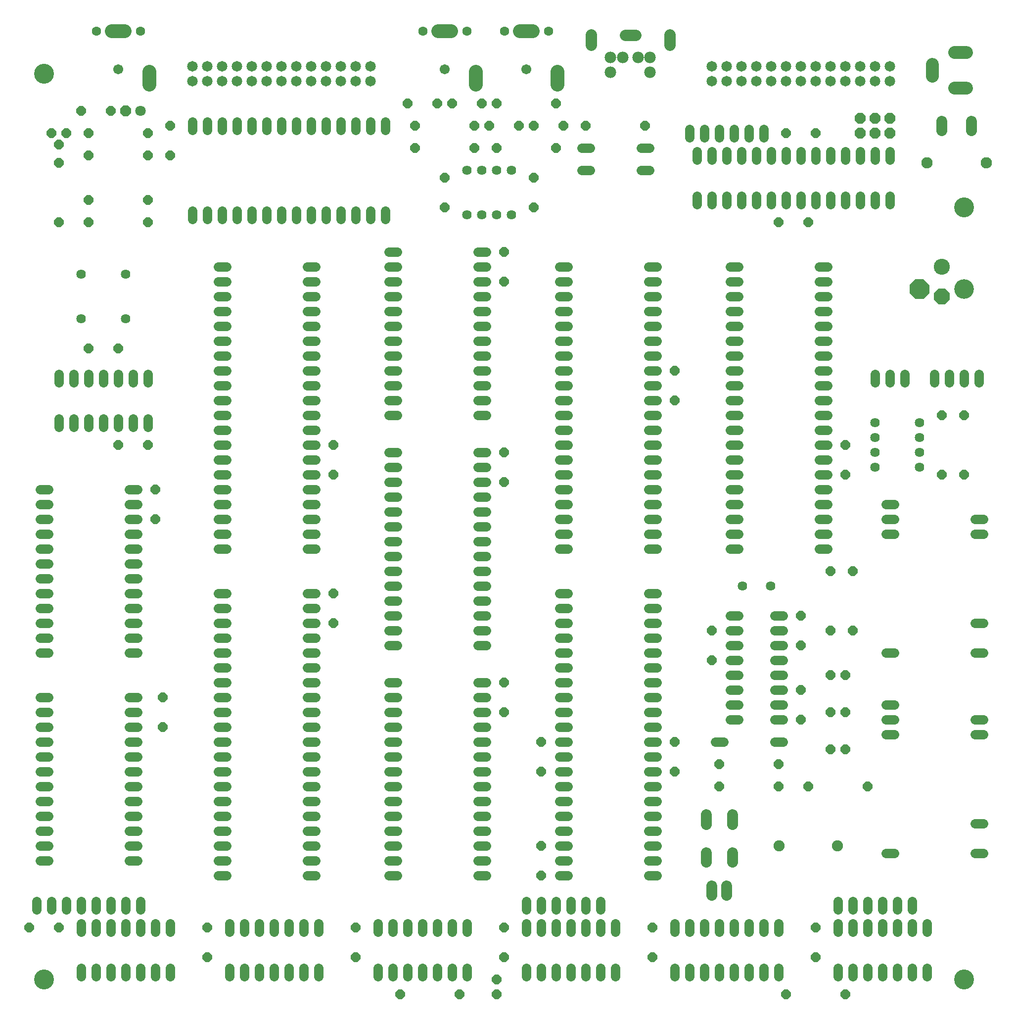
<source format=gbr>
G75*
%MOIN*%
%OFA0B0*%
%FSLAX24Y24*%
%IPPOS*%
%LPD*%
%AMOC8*
5,1,8,0,0,1.08239X$1,22.5*
%
%ADD10C,0.0560*%
%ADD11C,0.0640*%
%ADD12C,0.0560*%
%ADD13C,0.0640*%
%ADD14OC8,0.0560*%
%ADD15OC8,0.0640*%
%ADD16OC8,0.0630*%
%ADD17OC8,0.0710*%
%ADD18C,0.0630*%
%ADD19C,0.0710*%
%ADD20C,0.0634*%
%ADD21C,0.0714*%
%ADD22C,0.0720*%
%ADD23C,0.1340*%
%ADD24C,0.0866*%
%ADD25C,0.0946*%
%ADD26C,0.0631*%
%ADD27C,0.0671*%
%ADD28OC8,0.0720*%
%ADD29C,0.0673*%
%ADD30C,0.0753*%
%ADD31C,0.0700*%
%ADD32C,0.0780*%
%ADD33C,0.0700*%
%ADD34C,0.0780*%
%ADD35C,0.0787*%
%ADD36C,0.0867*%
%ADD37C,0.0680*%
%ADD38C,0.0760*%
%ADD39C,0.0555*%
%ADD40C,0.0635*%
%ADD41C,0.1000*%
%ADD42C,0.1080*%
%ADD43OC8,0.1000*%
%ADD44OC8,0.1080*%
%ADD45OC8,0.1240*%
%ADD46OC8,0.1320*%
%ADD47C,0.1240*%
%ADD48C,0.1320*%
D10*
X005100Y002820D02*
X005100Y003380D01*
X006100Y003380D02*
X006100Y002820D01*
X007100Y002820D02*
X007100Y003380D01*
X008100Y003380D02*
X008100Y002820D01*
X009100Y002820D02*
X009100Y003380D01*
X010100Y003380D02*
X010100Y002820D01*
X011100Y002820D02*
X011100Y003380D01*
X011100Y005820D02*
X011100Y006380D01*
X010100Y006380D02*
X010100Y005820D01*
X009100Y005820D02*
X009100Y006380D01*
X009100Y007320D02*
X009100Y007880D01*
X008100Y007880D02*
X008100Y007320D01*
X007100Y007320D02*
X007100Y007880D01*
X006100Y007880D02*
X006100Y007320D01*
X005100Y007320D02*
X005100Y007880D01*
X004100Y007880D02*
X004100Y007320D01*
X003100Y007320D02*
X003100Y007880D01*
X002100Y007880D02*
X002100Y007320D01*
X005100Y006380D02*
X005100Y005820D01*
X006100Y005820D02*
X006100Y006380D01*
X007100Y006380D02*
X007100Y005820D01*
X008100Y005820D02*
X008100Y006380D01*
X008320Y010600D02*
X008880Y010600D01*
X008880Y011600D02*
X008320Y011600D01*
X008320Y012600D02*
X008880Y012600D01*
X008880Y013600D02*
X008320Y013600D01*
X008320Y014600D02*
X008880Y014600D01*
X008880Y015600D02*
X008320Y015600D01*
X008320Y016600D02*
X008880Y016600D01*
X008880Y017600D02*
X008320Y017600D01*
X008320Y018600D02*
X008880Y018600D01*
X008880Y019600D02*
X008320Y019600D01*
X008320Y020600D02*
X008880Y020600D01*
X008880Y021600D02*
X008320Y021600D01*
X008320Y024600D02*
X008880Y024600D01*
X008880Y025600D02*
X008320Y025600D01*
X008320Y026600D02*
X008880Y026600D01*
X008880Y027600D02*
X008320Y027600D01*
X008320Y028600D02*
X008880Y028600D01*
X008880Y029600D02*
X008320Y029600D01*
X008320Y030600D02*
X008880Y030600D01*
X008880Y031600D02*
X008320Y031600D01*
X008320Y032600D02*
X008880Y032600D01*
X008880Y033600D02*
X008320Y033600D01*
X008320Y034600D02*
X008880Y034600D01*
X008880Y035600D02*
X008320Y035600D01*
X008600Y039820D02*
X008600Y040380D01*
X007600Y040380D02*
X007600Y039820D01*
X006600Y039820D02*
X006600Y040380D01*
X005600Y040380D02*
X005600Y039820D01*
X004600Y039820D02*
X004600Y040380D01*
X003600Y040380D02*
X003600Y039820D01*
X003600Y042820D02*
X003600Y043380D01*
X004600Y043380D02*
X004600Y042820D01*
X005600Y042820D02*
X005600Y043380D01*
X006600Y043380D02*
X006600Y042820D01*
X007600Y042820D02*
X007600Y043380D01*
X008600Y043380D02*
X008600Y042820D01*
X009600Y042820D02*
X009600Y043380D01*
X009600Y040380D02*
X009600Y039820D01*
X014320Y039600D02*
X014880Y039600D01*
X014880Y040600D02*
X014320Y040600D01*
X014320Y041600D02*
X014880Y041600D01*
X014880Y042600D02*
X014320Y042600D01*
X014320Y043600D02*
X014880Y043600D01*
X014880Y044600D02*
X014320Y044600D01*
X014320Y045600D02*
X014880Y045600D01*
X014880Y046600D02*
X014320Y046600D01*
X014320Y047600D02*
X014880Y047600D01*
X014880Y048600D02*
X014320Y048600D01*
X014320Y049600D02*
X014880Y049600D01*
X014880Y050600D02*
X014320Y050600D01*
X014600Y053820D02*
X014600Y054380D01*
X015600Y054380D02*
X015600Y053820D01*
X016600Y053820D02*
X016600Y054380D01*
X017600Y054380D02*
X017600Y053820D01*
X018600Y053820D02*
X018600Y054380D01*
X019600Y054380D02*
X019600Y053820D01*
X020600Y053820D02*
X020600Y054380D01*
X021600Y054380D02*
X021600Y053820D01*
X022600Y053820D02*
X022600Y054380D01*
X023600Y054380D02*
X023600Y053820D01*
X024600Y053820D02*
X024600Y054380D01*
X025600Y054380D02*
X025600Y053820D01*
X025820Y051600D02*
X026380Y051600D01*
X026380Y050600D02*
X025820Y050600D01*
X025820Y049600D02*
X026380Y049600D01*
X026380Y048600D02*
X025820Y048600D01*
X025820Y047600D02*
X026380Y047600D01*
X026380Y046600D02*
X025820Y046600D01*
X025820Y045600D02*
X026380Y045600D01*
X026380Y044600D02*
X025820Y044600D01*
X025820Y043600D02*
X026380Y043600D01*
X026380Y042600D02*
X025820Y042600D01*
X025820Y041600D02*
X026380Y041600D01*
X026380Y040600D02*
X025820Y040600D01*
X025820Y038100D02*
X026380Y038100D01*
X026380Y037100D02*
X025820Y037100D01*
X025820Y036100D02*
X026380Y036100D01*
X026380Y035100D02*
X025820Y035100D01*
X025820Y034100D02*
X026380Y034100D01*
X026380Y033100D02*
X025820Y033100D01*
X025820Y032100D02*
X026380Y032100D01*
X026380Y031100D02*
X025820Y031100D01*
X025820Y030100D02*
X026380Y030100D01*
X026380Y029100D02*
X025820Y029100D01*
X025820Y028100D02*
X026380Y028100D01*
X026380Y027100D02*
X025820Y027100D01*
X025820Y026100D02*
X026380Y026100D01*
X026380Y025100D02*
X025820Y025100D01*
X025820Y022600D02*
X026380Y022600D01*
X026380Y021600D02*
X025820Y021600D01*
X025820Y020600D02*
X026380Y020600D01*
X026380Y019600D02*
X025820Y019600D01*
X025820Y018600D02*
X026380Y018600D01*
X026380Y017600D02*
X025820Y017600D01*
X025820Y016600D02*
X026380Y016600D01*
X026380Y015600D02*
X025820Y015600D01*
X025820Y014600D02*
X026380Y014600D01*
X026380Y013600D02*
X025820Y013600D01*
X025820Y012600D02*
X026380Y012600D01*
X026380Y011600D02*
X025820Y011600D01*
X025820Y010600D02*
X026380Y010600D01*
X026380Y009600D02*
X025820Y009600D01*
X026100Y006380D02*
X026100Y005820D01*
X027100Y005820D02*
X027100Y006380D01*
X028100Y006380D02*
X028100Y005820D01*
X029100Y005820D02*
X029100Y006380D01*
X030100Y006380D02*
X030100Y005820D01*
X031100Y005820D02*
X031100Y006380D01*
X031100Y003380D02*
X031100Y002820D01*
X030100Y002820D02*
X030100Y003380D01*
X029100Y003380D02*
X029100Y002820D01*
X028100Y002820D02*
X028100Y003380D01*
X027100Y003380D02*
X027100Y002820D01*
X026100Y002820D02*
X026100Y003380D01*
X025100Y003380D02*
X025100Y002820D01*
X025100Y005820D02*
X025100Y006380D01*
X021100Y006380D02*
X021100Y005820D01*
X020100Y005820D02*
X020100Y006380D01*
X019100Y006380D02*
X019100Y005820D01*
X018100Y005820D02*
X018100Y006380D01*
X017100Y006380D02*
X017100Y005820D01*
X016100Y005820D02*
X016100Y006380D01*
X015100Y006380D02*
X015100Y005820D01*
X015100Y003380D02*
X015100Y002820D01*
X016100Y002820D02*
X016100Y003380D01*
X017100Y003380D02*
X017100Y002820D01*
X018100Y002820D02*
X018100Y003380D01*
X019100Y003380D02*
X019100Y002820D01*
X020100Y002820D02*
X020100Y003380D01*
X021100Y003380D02*
X021100Y002820D01*
X020880Y009600D02*
X020320Y009600D01*
X020320Y010600D02*
X020880Y010600D01*
X020880Y011600D02*
X020320Y011600D01*
X020320Y012600D02*
X020880Y012600D01*
X020880Y013600D02*
X020320Y013600D01*
X020320Y014600D02*
X020880Y014600D01*
X020880Y015600D02*
X020320Y015600D01*
X020320Y016600D02*
X020880Y016600D01*
X020880Y017600D02*
X020320Y017600D01*
X020320Y018600D02*
X020880Y018600D01*
X020880Y019600D02*
X020320Y019600D01*
X020320Y020600D02*
X020880Y020600D01*
X020880Y021600D02*
X020320Y021600D01*
X020320Y022600D02*
X020880Y022600D01*
X020880Y023600D02*
X020320Y023600D01*
X020320Y024600D02*
X020880Y024600D01*
X020880Y025600D02*
X020320Y025600D01*
X020320Y026600D02*
X020880Y026600D01*
X020880Y027600D02*
X020320Y027600D01*
X020320Y028600D02*
X020880Y028600D01*
X020880Y031600D02*
X020320Y031600D01*
X020320Y032600D02*
X020880Y032600D01*
X020880Y033600D02*
X020320Y033600D01*
X020320Y034600D02*
X020880Y034600D01*
X020880Y035600D02*
X020320Y035600D01*
X020320Y036600D02*
X020880Y036600D01*
X020880Y037600D02*
X020320Y037600D01*
X020320Y038600D02*
X020880Y038600D01*
X020880Y039600D02*
X020320Y039600D01*
X020320Y040600D02*
X020880Y040600D01*
X020880Y041600D02*
X020320Y041600D01*
X020320Y042600D02*
X020880Y042600D01*
X020880Y043600D02*
X020320Y043600D01*
X020320Y044600D02*
X020880Y044600D01*
X020880Y045600D02*
X020320Y045600D01*
X020320Y046600D02*
X020880Y046600D01*
X020880Y047600D02*
X020320Y047600D01*
X020320Y048600D02*
X020880Y048600D01*
X020880Y049600D02*
X020320Y049600D01*
X020320Y050600D02*
X020880Y050600D01*
X013600Y053820D02*
X013600Y054380D01*
X012600Y054380D02*
X012600Y053820D01*
X012600Y059820D02*
X012600Y060380D01*
X013600Y060380D02*
X013600Y059820D01*
X014600Y059820D02*
X014600Y060380D01*
X015600Y060380D02*
X015600Y059820D01*
X016600Y059820D02*
X016600Y060380D01*
X017600Y060380D02*
X017600Y059820D01*
X018600Y059820D02*
X018600Y060380D01*
X019600Y060380D02*
X019600Y059820D01*
X020600Y059820D02*
X020600Y060380D01*
X021600Y060380D02*
X021600Y059820D01*
X022600Y059820D02*
X022600Y060380D01*
X023600Y060380D02*
X023600Y059820D01*
X024600Y059820D02*
X024600Y060380D01*
X025600Y060380D02*
X025600Y059820D01*
X031820Y051600D02*
X032380Y051600D01*
X032380Y050600D02*
X031820Y050600D01*
X031820Y049600D02*
X032380Y049600D01*
X032380Y048600D02*
X031820Y048600D01*
X031820Y047600D02*
X032380Y047600D01*
X032380Y046600D02*
X031820Y046600D01*
X031820Y045600D02*
X032380Y045600D01*
X032380Y044600D02*
X031820Y044600D01*
X031820Y043600D02*
X032380Y043600D01*
X032380Y042600D02*
X031820Y042600D01*
X031820Y041600D02*
X032380Y041600D01*
X032380Y040600D02*
X031820Y040600D01*
X031820Y038100D02*
X032380Y038100D01*
X032380Y037100D02*
X031820Y037100D01*
X031820Y036100D02*
X032380Y036100D01*
X032380Y035100D02*
X031820Y035100D01*
X031820Y034100D02*
X032380Y034100D01*
X032380Y033100D02*
X031820Y033100D01*
X031820Y032100D02*
X032380Y032100D01*
X032380Y031100D02*
X031820Y031100D01*
X031820Y030100D02*
X032380Y030100D01*
X032380Y029100D02*
X031820Y029100D01*
X031820Y028100D02*
X032380Y028100D01*
X032380Y027100D02*
X031820Y027100D01*
X031820Y026100D02*
X032380Y026100D01*
X032380Y025100D02*
X031820Y025100D01*
X031820Y022600D02*
X032380Y022600D01*
X032380Y021600D02*
X031820Y021600D01*
X031820Y020600D02*
X032380Y020600D01*
X032380Y019600D02*
X031820Y019600D01*
X031820Y018600D02*
X032380Y018600D01*
X032380Y017600D02*
X031820Y017600D01*
X031820Y016600D02*
X032380Y016600D01*
X032380Y015600D02*
X031820Y015600D01*
X031820Y014600D02*
X032380Y014600D01*
X032380Y013600D02*
X031820Y013600D01*
X031820Y012600D02*
X032380Y012600D01*
X032380Y011600D02*
X031820Y011600D01*
X031820Y010600D02*
X032380Y010600D01*
X032380Y009600D02*
X031820Y009600D01*
X035100Y007880D02*
X035100Y007320D01*
X036100Y007320D02*
X036100Y007880D01*
X037100Y007880D02*
X037100Y007320D01*
X038100Y007320D02*
X038100Y007880D01*
X039100Y007880D02*
X039100Y007320D01*
X040100Y007320D02*
X040100Y007880D01*
X040100Y006380D02*
X040100Y005820D01*
X039100Y005820D02*
X039100Y006380D01*
X038100Y006380D02*
X038100Y005820D01*
X037100Y005820D02*
X037100Y006380D01*
X036100Y006380D02*
X036100Y005820D01*
X035100Y005820D02*
X035100Y006380D01*
X035100Y003380D02*
X035100Y002820D01*
X036100Y002820D02*
X036100Y003380D01*
X037100Y003380D02*
X037100Y002820D01*
X038100Y002820D02*
X038100Y003380D01*
X039100Y003380D02*
X039100Y002820D01*
X040100Y002820D02*
X040100Y003380D01*
X041100Y003380D02*
X041100Y002820D01*
X041100Y005820D02*
X041100Y006380D01*
X043320Y009600D02*
X043880Y009600D01*
X043880Y010600D02*
X043320Y010600D01*
X043320Y011600D02*
X043880Y011600D01*
X043880Y012600D02*
X043320Y012600D01*
X043320Y013600D02*
X043880Y013600D01*
X043880Y014600D02*
X043320Y014600D01*
X043320Y015600D02*
X043880Y015600D01*
X043880Y016600D02*
X043320Y016600D01*
X043320Y017600D02*
X043880Y017600D01*
X043880Y018600D02*
X043320Y018600D01*
X043320Y019600D02*
X043880Y019600D01*
X043880Y020600D02*
X043320Y020600D01*
X043320Y021600D02*
X043880Y021600D01*
X043880Y022600D02*
X043320Y022600D01*
X043320Y023600D02*
X043880Y023600D01*
X043880Y024600D02*
X043320Y024600D01*
X043320Y025600D02*
X043880Y025600D01*
X043880Y026600D02*
X043320Y026600D01*
X043320Y027600D02*
X043880Y027600D01*
X043880Y028600D02*
X043320Y028600D01*
X043320Y031600D02*
X043880Y031600D01*
X043880Y032600D02*
X043320Y032600D01*
X043320Y033600D02*
X043880Y033600D01*
X043880Y034600D02*
X043320Y034600D01*
X043320Y035600D02*
X043880Y035600D01*
X043880Y036600D02*
X043320Y036600D01*
X043320Y037600D02*
X043880Y037600D01*
X043880Y038600D02*
X043320Y038600D01*
X043320Y039600D02*
X043880Y039600D01*
X043880Y040600D02*
X043320Y040600D01*
X043320Y041600D02*
X043880Y041600D01*
X043880Y042600D02*
X043320Y042600D01*
X043320Y043600D02*
X043880Y043600D01*
X043880Y044600D02*
X043320Y044600D01*
X043320Y045600D02*
X043880Y045600D01*
X043880Y046600D02*
X043320Y046600D01*
X043320Y047600D02*
X043880Y047600D01*
X043880Y048600D02*
X043320Y048600D01*
X043320Y049600D02*
X043880Y049600D01*
X043880Y050600D02*
X043320Y050600D01*
X046600Y054820D02*
X046600Y055380D01*
X047600Y055380D02*
X047600Y054820D01*
X048600Y054820D02*
X048600Y055380D01*
X049600Y055380D02*
X049600Y054820D01*
X050600Y054820D02*
X050600Y055380D01*
X051600Y055380D02*
X051600Y054820D01*
X052600Y054820D02*
X052600Y055380D01*
X053600Y055380D02*
X053600Y054820D01*
X054600Y054820D02*
X054600Y055380D01*
X055600Y055380D02*
X055600Y054820D01*
X056600Y054820D02*
X056600Y055380D01*
X057600Y055380D02*
X057600Y054820D01*
X058600Y054820D02*
X058600Y055380D01*
X059600Y055380D02*
X059600Y054820D01*
X059600Y057820D02*
X059600Y058380D01*
X058600Y058380D02*
X058600Y057820D01*
X057600Y057820D02*
X057600Y058380D01*
X056600Y058380D02*
X056600Y057820D01*
X055600Y057820D02*
X055600Y058380D01*
X054600Y058380D02*
X054600Y057820D01*
X053600Y057820D02*
X053600Y058380D01*
X052600Y058380D02*
X052600Y057820D01*
X051600Y057820D02*
X051600Y058380D01*
X050600Y058380D02*
X050600Y057820D01*
X049600Y057820D02*
X049600Y058380D01*
X048600Y058380D02*
X048600Y057820D01*
X047600Y057820D02*
X047600Y058380D01*
X046600Y058380D02*
X046600Y057820D01*
X046100Y059320D02*
X046100Y059880D01*
X047100Y059880D02*
X047100Y059320D01*
X048100Y059320D02*
X048100Y059880D01*
X049100Y059880D02*
X049100Y059320D01*
X050100Y059320D02*
X050100Y059880D01*
X051100Y059880D02*
X051100Y059320D01*
X043380Y058600D02*
X042820Y058600D01*
X042820Y057100D02*
X043380Y057100D01*
X039380Y057100D02*
X038820Y057100D01*
X038820Y058600D02*
X039380Y058600D01*
X037880Y050600D02*
X037320Y050600D01*
X037320Y049600D02*
X037880Y049600D01*
X037880Y048600D02*
X037320Y048600D01*
X037320Y047600D02*
X037880Y047600D01*
X037880Y046600D02*
X037320Y046600D01*
X037320Y045600D02*
X037880Y045600D01*
X037880Y044600D02*
X037320Y044600D01*
X037320Y043600D02*
X037880Y043600D01*
X037880Y042600D02*
X037320Y042600D01*
X037320Y041600D02*
X037880Y041600D01*
X037880Y040600D02*
X037320Y040600D01*
X037320Y039600D02*
X037880Y039600D01*
X037880Y038600D02*
X037320Y038600D01*
X037320Y037600D02*
X037880Y037600D01*
X037880Y036600D02*
X037320Y036600D01*
X037320Y035600D02*
X037880Y035600D01*
X037880Y034600D02*
X037320Y034600D01*
X037320Y033600D02*
X037880Y033600D01*
X037880Y032600D02*
X037320Y032600D01*
X037320Y031600D02*
X037880Y031600D01*
X037880Y028600D02*
X037320Y028600D01*
X037320Y027600D02*
X037880Y027600D01*
X037880Y026600D02*
X037320Y026600D01*
X037320Y025600D02*
X037880Y025600D01*
X037880Y024600D02*
X037320Y024600D01*
X037320Y023600D02*
X037880Y023600D01*
X037880Y022600D02*
X037320Y022600D01*
X037320Y021600D02*
X037880Y021600D01*
X037880Y020600D02*
X037320Y020600D01*
X037320Y019600D02*
X037880Y019600D01*
X037880Y018600D02*
X037320Y018600D01*
X037320Y017600D02*
X037880Y017600D01*
X037880Y016600D02*
X037320Y016600D01*
X037320Y015600D02*
X037880Y015600D01*
X037880Y014600D02*
X037320Y014600D01*
X037320Y013600D02*
X037880Y013600D01*
X037880Y012600D02*
X037320Y012600D01*
X037320Y011600D02*
X037880Y011600D01*
X037880Y010600D02*
X037320Y010600D01*
X037320Y009600D02*
X037880Y009600D01*
X045100Y006380D02*
X045100Y005820D01*
X046100Y005820D02*
X046100Y006380D01*
X047100Y006380D02*
X047100Y005820D01*
X048100Y005820D02*
X048100Y006380D01*
X049100Y006380D02*
X049100Y005820D01*
X050100Y005820D02*
X050100Y006380D01*
X051100Y006380D02*
X051100Y005820D01*
X052100Y005820D02*
X052100Y006380D01*
X052100Y003380D02*
X052100Y002820D01*
X051100Y002820D02*
X051100Y003380D01*
X050100Y003380D02*
X050100Y002820D01*
X049100Y002820D02*
X049100Y003380D01*
X048100Y003380D02*
X048100Y002820D01*
X047100Y002820D02*
X047100Y003380D01*
X046100Y003380D02*
X046100Y002820D01*
X045100Y002820D02*
X045100Y003380D01*
X056100Y003380D02*
X056100Y002820D01*
X057100Y002820D02*
X057100Y003380D01*
X058100Y003380D02*
X058100Y002820D01*
X059100Y002820D02*
X059100Y003380D01*
X060100Y003380D02*
X060100Y002820D01*
X061100Y002820D02*
X061100Y003380D01*
X062100Y003380D02*
X062100Y002820D01*
X062100Y005820D02*
X062100Y006380D01*
X061100Y006380D02*
X061100Y005820D01*
X060100Y005820D02*
X060100Y006380D01*
X060100Y007320D02*
X060100Y007880D01*
X061100Y007880D02*
X061100Y007320D01*
X059100Y007320D02*
X059100Y007880D01*
X058100Y007880D02*
X058100Y007320D01*
X058100Y006380D02*
X058100Y005820D01*
X059100Y005820D02*
X059100Y006380D01*
X057100Y006380D02*
X057100Y005820D01*
X056100Y005820D02*
X056100Y006380D01*
X056100Y007320D02*
X056100Y007880D01*
X057100Y007880D02*
X057100Y007320D01*
X052380Y018600D02*
X051820Y018600D01*
X051820Y020100D02*
X052380Y020100D01*
X052380Y021100D02*
X051820Y021100D01*
X051820Y022100D02*
X052380Y022100D01*
X052380Y023100D02*
X051820Y023100D01*
X051820Y024100D02*
X052380Y024100D01*
X052380Y025100D02*
X051820Y025100D01*
X051820Y026100D02*
X052380Y026100D01*
X052380Y027100D02*
X051820Y027100D01*
X049380Y027100D02*
X048820Y027100D01*
X048820Y026100D02*
X049380Y026100D01*
X049380Y025100D02*
X048820Y025100D01*
X048820Y024100D02*
X049380Y024100D01*
X049380Y023100D02*
X048820Y023100D01*
X048820Y022100D02*
X049380Y022100D01*
X049380Y021100D02*
X048820Y021100D01*
X048820Y020100D02*
X049380Y020100D01*
X048380Y018600D02*
X047820Y018600D01*
X048820Y031600D02*
X049380Y031600D01*
X049380Y032600D02*
X048820Y032600D01*
X048820Y033600D02*
X049380Y033600D01*
X049380Y034600D02*
X048820Y034600D01*
X048820Y035600D02*
X049380Y035600D01*
X049380Y036600D02*
X048820Y036600D01*
X048820Y037600D02*
X049380Y037600D01*
X049380Y038600D02*
X048820Y038600D01*
X048820Y039600D02*
X049380Y039600D01*
X049380Y040600D02*
X048820Y040600D01*
X048820Y041600D02*
X049380Y041600D01*
X049380Y042600D02*
X048820Y042600D01*
X048820Y043600D02*
X049380Y043600D01*
X049380Y044600D02*
X048820Y044600D01*
X048820Y045600D02*
X049380Y045600D01*
X049380Y046600D02*
X048820Y046600D01*
X048820Y047600D02*
X049380Y047600D01*
X049380Y048600D02*
X048820Y048600D01*
X048820Y049600D02*
X049380Y049600D01*
X049380Y050600D02*
X048820Y050600D01*
X054820Y050600D02*
X055380Y050600D01*
X055380Y049600D02*
X054820Y049600D01*
X054820Y048600D02*
X055380Y048600D01*
X055380Y047600D02*
X054820Y047600D01*
X054820Y046600D02*
X055380Y046600D01*
X055380Y045600D02*
X054820Y045600D01*
X054820Y044600D02*
X055380Y044600D01*
X055380Y043600D02*
X054820Y043600D01*
X054820Y042600D02*
X055380Y042600D01*
X055380Y041600D02*
X054820Y041600D01*
X054820Y040600D02*
X055380Y040600D01*
X055380Y039600D02*
X054820Y039600D01*
X054820Y038600D02*
X055380Y038600D01*
X055380Y037600D02*
X054820Y037600D01*
X054820Y036600D02*
X055380Y036600D01*
X055380Y035600D02*
X054820Y035600D01*
X054820Y034600D02*
X055380Y034600D01*
X055380Y033600D02*
X054820Y033600D01*
X054820Y032600D02*
X055380Y032600D01*
X055380Y031600D02*
X054820Y031600D01*
X014880Y031600D02*
X014320Y031600D01*
X014320Y032600D02*
X014880Y032600D01*
X014880Y033600D02*
X014320Y033600D01*
X014320Y034600D02*
X014880Y034600D01*
X014880Y035600D02*
X014320Y035600D01*
X014320Y036600D02*
X014880Y036600D01*
X014880Y037600D02*
X014320Y037600D01*
X014320Y038600D02*
X014880Y038600D01*
X014880Y028600D02*
X014320Y028600D01*
X014320Y027600D02*
X014880Y027600D01*
X014880Y026600D02*
X014320Y026600D01*
X014320Y025600D02*
X014880Y025600D01*
X014880Y024600D02*
X014320Y024600D01*
X014320Y023600D02*
X014880Y023600D01*
X014880Y022600D02*
X014320Y022600D01*
X014320Y021600D02*
X014880Y021600D01*
X014880Y020600D02*
X014320Y020600D01*
X014320Y019600D02*
X014880Y019600D01*
X014880Y018600D02*
X014320Y018600D01*
X014320Y017600D02*
X014880Y017600D01*
X014880Y016600D02*
X014320Y016600D01*
X014320Y015600D02*
X014880Y015600D01*
X014880Y014600D02*
X014320Y014600D01*
X014320Y013600D02*
X014880Y013600D01*
X014880Y012600D02*
X014320Y012600D01*
X014320Y011600D02*
X014880Y011600D01*
X014880Y010600D02*
X014320Y010600D01*
X014320Y009600D02*
X014880Y009600D01*
X002880Y010600D02*
X002320Y010600D01*
X002320Y011600D02*
X002880Y011600D01*
X002880Y012600D02*
X002320Y012600D01*
X002320Y013600D02*
X002880Y013600D01*
X002880Y014600D02*
X002320Y014600D01*
X002320Y015600D02*
X002880Y015600D01*
X002880Y016600D02*
X002320Y016600D01*
X002320Y017600D02*
X002880Y017600D01*
X002880Y018600D02*
X002320Y018600D01*
X002320Y019600D02*
X002880Y019600D01*
X002880Y020600D02*
X002320Y020600D01*
X002320Y021600D02*
X002880Y021600D01*
X002880Y024600D02*
X002320Y024600D01*
X002320Y025600D02*
X002880Y025600D01*
X002880Y026600D02*
X002320Y026600D01*
X002320Y027600D02*
X002880Y027600D01*
X002880Y028600D02*
X002320Y028600D01*
X002320Y029600D02*
X002880Y029600D01*
X002880Y030600D02*
X002320Y030600D01*
X002320Y031600D02*
X002880Y031600D01*
X002880Y032600D02*
X002320Y032600D01*
X002320Y033600D02*
X002880Y033600D01*
X002880Y034600D02*
X002320Y034600D01*
X002320Y035600D02*
X002880Y035600D01*
D11*
X002320Y035600D01*
X002320Y034600D02*
X002880Y034600D01*
X002880Y033600D02*
X002320Y033600D01*
X002320Y032600D02*
X002880Y032600D01*
X002880Y031600D02*
X002320Y031600D01*
X002320Y030600D02*
X002880Y030600D01*
X002880Y029600D02*
X002320Y029600D01*
X002320Y028600D02*
X002880Y028600D01*
X002880Y027600D02*
X002320Y027600D01*
X002320Y026600D02*
X002880Y026600D01*
X002880Y025600D02*
X002320Y025600D01*
X002320Y024600D02*
X002880Y024600D01*
X002880Y021600D02*
X002320Y021600D01*
X002320Y020600D02*
X002880Y020600D01*
X002880Y019600D02*
X002320Y019600D01*
X002320Y018600D02*
X002880Y018600D01*
X002880Y017600D02*
X002320Y017600D01*
X002320Y016600D02*
X002880Y016600D01*
X002880Y015600D02*
X002320Y015600D01*
X002320Y014600D02*
X002880Y014600D01*
X002880Y013600D02*
X002320Y013600D01*
X002320Y012600D02*
X002880Y012600D01*
X002880Y011600D02*
X002320Y011600D01*
X002320Y010600D02*
X002880Y010600D01*
X003100Y007880D02*
X003100Y007320D01*
X002100Y007320D02*
X002100Y007880D01*
X004100Y007880D02*
X004100Y007320D01*
X005100Y007320D02*
X005100Y007880D01*
X006100Y007880D02*
X006100Y007320D01*
X006100Y006380D02*
X006100Y005820D01*
X005100Y005820D02*
X005100Y006380D01*
X007100Y006380D02*
X007100Y005820D01*
X008100Y005820D02*
X008100Y006380D01*
X008100Y007320D02*
X008100Y007880D01*
X007100Y007880D02*
X007100Y007320D01*
X009100Y007320D02*
X009100Y007880D01*
X009100Y006380D02*
X009100Y005820D01*
X010100Y005820D02*
X010100Y006380D01*
X011100Y006380D02*
X011100Y005820D01*
X011100Y003380D02*
X011100Y002820D01*
X010100Y002820D02*
X010100Y003380D01*
X009100Y003380D02*
X009100Y002820D01*
X008100Y002820D02*
X008100Y003380D01*
X007100Y003380D02*
X007100Y002820D01*
X006100Y002820D02*
X006100Y003380D01*
X005100Y003380D02*
X005100Y002820D01*
X008320Y010600D02*
X008880Y010600D01*
X008880Y011600D02*
X008320Y011600D01*
X008320Y012600D02*
X008880Y012600D01*
X008880Y013600D02*
X008320Y013600D01*
X008320Y014600D02*
X008880Y014600D01*
X008880Y015600D02*
X008320Y015600D01*
X008320Y016600D02*
X008880Y016600D01*
X008880Y017600D02*
X008320Y017600D01*
X008320Y018600D02*
X008880Y018600D01*
X008880Y019600D02*
X008320Y019600D01*
X008320Y020600D02*
X008880Y020600D01*
X008880Y021600D02*
X008320Y021600D01*
X008320Y024600D02*
X008880Y024600D01*
X008880Y025600D02*
X008320Y025600D01*
X008320Y026600D02*
X008880Y026600D01*
X008880Y027600D02*
X008320Y027600D01*
X008320Y028600D02*
X008880Y028600D01*
X008880Y029600D02*
X008320Y029600D01*
X008320Y030600D02*
X008880Y030600D01*
X008880Y031600D02*
X008320Y031600D01*
X008320Y032600D02*
X008880Y032600D01*
X008880Y033600D02*
X008320Y033600D01*
X008320Y034600D02*
X008880Y034600D01*
X008880Y035600D02*
X008320Y035600D01*
X008600Y039820D02*
X008600Y040380D01*
X007600Y040380D02*
X007600Y039820D01*
X006600Y039820D02*
X006600Y040380D01*
X005600Y040380D02*
X005600Y039820D01*
X004600Y039820D02*
X004600Y040380D01*
X003600Y040380D02*
X003600Y039820D01*
X003600Y042820D02*
X003600Y043380D01*
X004600Y043380D02*
X004600Y042820D01*
X005600Y042820D02*
X005600Y043380D01*
X006600Y043380D02*
X006600Y042820D01*
X007600Y042820D02*
X007600Y043380D01*
X008600Y043380D02*
X008600Y042820D01*
X009600Y042820D02*
X009600Y043380D01*
X009600Y040380D02*
X009600Y039820D01*
X014320Y039600D02*
X014880Y039600D01*
X014880Y040600D02*
X014320Y040600D01*
X014320Y041600D02*
X014880Y041600D01*
X014880Y042600D02*
X014320Y042600D01*
X014320Y043600D02*
X014880Y043600D01*
X014880Y044600D02*
X014320Y044600D01*
X014320Y045600D02*
X014880Y045600D01*
X014880Y046600D02*
X014320Y046600D01*
X014320Y047600D02*
X014880Y047600D01*
X014880Y048600D02*
X014320Y048600D01*
X014320Y049600D02*
X014880Y049600D01*
X014880Y050600D02*
X014320Y050600D01*
X014600Y053820D02*
X014600Y054380D01*
X015600Y054380D02*
X015600Y053820D01*
X016600Y053820D02*
X016600Y054380D01*
X017600Y054380D02*
X017600Y053820D01*
X018600Y053820D02*
X018600Y054380D01*
X019600Y054380D02*
X019600Y053820D01*
X020600Y053820D02*
X020600Y054380D01*
X021600Y054380D02*
X021600Y053820D01*
X022600Y053820D02*
X022600Y054380D01*
X023600Y054380D02*
X023600Y053820D01*
X024600Y053820D02*
X024600Y054380D01*
X025600Y054380D02*
X025600Y053820D01*
X025820Y051600D02*
X026380Y051600D01*
X026380Y050600D02*
X025820Y050600D01*
X025820Y049600D02*
X026380Y049600D01*
X026380Y048600D02*
X025820Y048600D01*
X025820Y047600D02*
X026380Y047600D01*
X026380Y046600D02*
X025820Y046600D01*
X025820Y045600D02*
X026380Y045600D01*
X026380Y044600D02*
X025820Y044600D01*
X025820Y043600D02*
X026380Y043600D01*
X026380Y042600D02*
X025820Y042600D01*
X025820Y041600D02*
X026380Y041600D01*
X026380Y040600D02*
X025820Y040600D01*
X025820Y038100D02*
X026380Y038100D01*
X026380Y037100D02*
X025820Y037100D01*
X025820Y036100D02*
X026380Y036100D01*
X026380Y035100D02*
X025820Y035100D01*
X025820Y034100D02*
X026380Y034100D01*
X026380Y033100D02*
X025820Y033100D01*
X025820Y032100D02*
X026380Y032100D01*
X026380Y031100D02*
X025820Y031100D01*
X025820Y030100D02*
X026380Y030100D01*
X026380Y029100D02*
X025820Y029100D01*
X025820Y028100D02*
X026380Y028100D01*
X026380Y027100D02*
X025820Y027100D01*
X025820Y026100D02*
X026380Y026100D01*
X026380Y025100D02*
X025820Y025100D01*
X025820Y022600D02*
X026380Y022600D01*
X026380Y021600D02*
X025820Y021600D01*
X025820Y020600D02*
X026380Y020600D01*
X026380Y019600D02*
X025820Y019600D01*
X025820Y018600D02*
X026380Y018600D01*
X026380Y017600D02*
X025820Y017600D01*
X025820Y016600D02*
X026380Y016600D01*
X026380Y015600D02*
X025820Y015600D01*
X025820Y014600D02*
X026380Y014600D01*
X026380Y013600D02*
X025820Y013600D01*
X025820Y012600D02*
X026380Y012600D01*
X026380Y011600D02*
X025820Y011600D01*
X025820Y010600D02*
X026380Y010600D01*
X026380Y009600D02*
X025820Y009600D01*
X026100Y006380D02*
X026100Y005820D01*
X027100Y005820D02*
X027100Y006380D01*
X028100Y006380D02*
X028100Y005820D01*
X029100Y005820D02*
X029100Y006380D01*
X030100Y006380D02*
X030100Y005820D01*
X031100Y005820D02*
X031100Y006380D01*
X031100Y003380D02*
X031100Y002820D01*
X030100Y002820D02*
X030100Y003380D01*
X029100Y003380D02*
X029100Y002820D01*
X028100Y002820D02*
X028100Y003380D01*
X027100Y003380D02*
X027100Y002820D01*
X026100Y002820D02*
X026100Y003380D01*
X025100Y003380D02*
X025100Y002820D01*
X025100Y005820D02*
X025100Y006380D01*
X021100Y006380D02*
X021100Y005820D01*
X020100Y005820D02*
X020100Y006380D01*
X019100Y006380D02*
X019100Y005820D01*
X018100Y005820D02*
X018100Y006380D01*
X017100Y006380D02*
X017100Y005820D01*
X016100Y005820D02*
X016100Y006380D01*
X015100Y006380D02*
X015100Y005820D01*
X015100Y003380D02*
X015100Y002820D01*
X016100Y002820D02*
X016100Y003380D01*
X017100Y003380D02*
X017100Y002820D01*
X018100Y002820D02*
X018100Y003380D01*
X019100Y003380D02*
X019100Y002820D01*
X020100Y002820D02*
X020100Y003380D01*
X021100Y003380D02*
X021100Y002820D01*
X020880Y009600D02*
X020320Y009600D01*
X020320Y010600D02*
X020880Y010600D01*
X020880Y011600D02*
X020320Y011600D01*
X020320Y012600D02*
X020880Y012600D01*
X020880Y013600D02*
X020320Y013600D01*
X020320Y014600D02*
X020880Y014600D01*
X020880Y015600D02*
X020320Y015600D01*
X020320Y016600D02*
X020880Y016600D01*
X020880Y017600D02*
X020320Y017600D01*
X020320Y018600D02*
X020880Y018600D01*
X020880Y019600D02*
X020320Y019600D01*
X020320Y020600D02*
X020880Y020600D01*
X020880Y021600D02*
X020320Y021600D01*
X020320Y022600D02*
X020880Y022600D01*
X020880Y023600D02*
X020320Y023600D01*
X020320Y024600D02*
X020880Y024600D01*
X020880Y025600D02*
X020320Y025600D01*
X020320Y026600D02*
X020880Y026600D01*
X020880Y027600D02*
X020320Y027600D01*
X020320Y028600D02*
X020880Y028600D01*
X020880Y031600D02*
X020320Y031600D01*
X020320Y032600D02*
X020880Y032600D01*
X020880Y033600D02*
X020320Y033600D01*
X020320Y034600D02*
X020880Y034600D01*
X020880Y035600D02*
X020320Y035600D01*
X020320Y036600D02*
X020880Y036600D01*
X020880Y037600D02*
X020320Y037600D01*
X020320Y038600D02*
X020880Y038600D01*
X020880Y039600D02*
X020320Y039600D01*
X020320Y040600D02*
X020880Y040600D01*
X020880Y041600D02*
X020320Y041600D01*
X020320Y042600D02*
X020880Y042600D01*
X020880Y043600D02*
X020320Y043600D01*
X020320Y044600D02*
X020880Y044600D01*
X020880Y045600D02*
X020320Y045600D01*
X020320Y046600D02*
X020880Y046600D01*
X020880Y047600D02*
X020320Y047600D01*
X020320Y048600D02*
X020880Y048600D01*
X020880Y049600D02*
X020320Y049600D01*
X020320Y050600D02*
X020880Y050600D01*
X013600Y053820D02*
X013600Y054380D01*
X012600Y054380D02*
X012600Y053820D01*
X012600Y059820D02*
X012600Y060380D01*
X013600Y060380D02*
X013600Y059820D01*
X014600Y059820D02*
X014600Y060380D01*
X015600Y060380D02*
X015600Y059820D01*
X016600Y059820D02*
X016600Y060380D01*
X017600Y060380D02*
X017600Y059820D01*
X018600Y059820D02*
X018600Y060380D01*
X019600Y060380D02*
X019600Y059820D01*
X020600Y059820D02*
X020600Y060380D01*
X021600Y060380D02*
X021600Y059820D01*
X022600Y059820D02*
X022600Y060380D01*
X023600Y060380D02*
X023600Y059820D01*
X024600Y059820D02*
X024600Y060380D01*
X025600Y060380D02*
X025600Y059820D01*
X031820Y051600D02*
X032380Y051600D01*
X032380Y050600D02*
X031820Y050600D01*
X031820Y049600D02*
X032380Y049600D01*
X032380Y048600D02*
X031820Y048600D01*
X031820Y047600D02*
X032380Y047600D01*
X032380Y046600D02*
X031820Y046600D01*
X031820Y045600D02*
X032380Y045600D01*
X032380Y044600D02*
X031820Y044600D01*
X031820Y043600D02*
X032380Y043600D01*
X032380Y042600D02*
X031820Y042600D01*
X031820Y041600D02*
X032380Y041600D01*
X032380Y040600D02*
X031820Y040600D01*
X031820Y038100D02*
X032380Y038100D01*
X032380Y037100D02*
X031820Y037100D01*
X031820Y036100D02*
X032380Y036100D01*
X032380Y035100D02*
X031820Y035100D01*
X031820Y034100D02*
X032380Y034100D01*
X032380Y033100D02*
X031820Y033100D01*
X031820Y032100D02*
X032380Y032100D01*
X032380Y031100D02*
X031820Y031100D01*
X031820Y030100D02*
X032380Y030100D01*
X032380Y029100D02*
X031820Y029100D01*
X031820Y028100D02*
X032380Y028100D01*
X032380Y027100D02*
X031820Y027100D01*
X031820Y026100D02*
X032380Y026100D01*
X032380Y025100D02*
X031820Y025100D01*
X031820Y022600D02*
X032380Y022600D01*
X032380Y021600D02*
X031820Y021600D01*
X031820Y020600D02*
X032380Y020600D01*
X032380Y019600D02*
X031820Y019600D01*
X031820Y018600D02*
X032380Y018600D01*
X032380Y017600D02*
X031820Y017600D01*
X031820Y016600D02*
X032380Y016600D01*
X032380Y015600D02*
X031820Y015600D01*
X031820Y014600D02*
X032380Y014600D01*
X032380Y013600D02*
X031820Y013600D01*
X031820Y012600D02*
X032380Y012600D01*
X032380Y011600D02*
X031820Y011600D01*
X031820Y010600D02*
X032380Y010600D01*
X032380Y009600D02*
X031820Y009600D01*
X035100Y007880D02*
X035100Y007320D01*
X036100Y007320D02*
X036100Y007880D01*
X037100Y007880D02*
X037100Y007320D01*
X038100Y007320D02*
X038100Y007880D01*
X039100Y007880D02*
X039100Y007320D01*
X040100Y007320D02*
X040100Y007880D01*
X040100Y006380D02*
X040100Y005820D01*
X039100Y005820D02*
X039100Y006380D01*
X038100Y006380D02*
X038100Y005820D01*
X037100Y005820D02*
X037100Y006380D01*
X036100Y006380D02*
X036100Y005820D01*
X035100Y005820D02*
X035100Y006380D01*
X035100Y003380D02*
X035100Y002820D01*
X036100Y002820D02*
X036100Y003380D01*
X037100Y003380D02*
X037100Y002820D01*
X038100Y002820D02*
X038100Y003380D01*
X039100Y003380D02*
X039100Y002820D01*
X040100Y002820D02*
X040100Y003380D01*
X041100Y003380D02*
X041100Y002820D01*
X041100Y005820D02*
X041100Y006380D01*
X043320Y009600D02*
X043880Y009600D01*
X043880Y010600D02*
X043320Y010600D01*
X043320Y011600D02*
X043880Y011600D01*
X043880Y012600D02*
X043320Y012600D01*
X043320Y013600D02*
X043880Y013600D01*
X043880Y014600D02*
X043320Y014600D01*
X043320Y015600D02*
X043880Y015600D01*
X043880Y016600D02*
X043320Y016600D01*
X043320Y017600D02*
X043880Y017600D01*
X043880Y018600D02*
X043320Y018600D01*
X043320Y019600D02*
X043880Y019600D01*
X043880Y020600D02*
X043320Y020600D01*
X043320Y021600D02*
X043880Y021600D01*
X043880Y022600D02*
X043320Y022600D01*
X043320Y023600D02*
X043880Y023600D01*
X043880Y024600D02*
X043320Y024600D01*
X043320Y025600D02*
X043880Y025600D01*
X043880Y026600D02*
X043320Y026600D01*
X043320Y027600D02*
X043880Y027600D01*
X043880Y028600D02*
X043320Y028600D01*
X043320Y031600D02*
X043880Y031600D01*
X043880Y032600D02*
X043320Y032600D01*
X043320Y033600D02*
X043880Y033600D01*
X043880Y034600D02*
X043320Y034600D01*
X043320Y035600D02*
X043880Y035600D01*
X043880Y036600D02*
X043320Y036600D01*
X043320Y037600D02*
X043880Y037600D01*
X043880Y038600D02*
X043320Y038600D01*
X043320Y039600D02*
X043880Y039600D01*
X043880Y040600D02*
X043320Y040600D01*
X043320Y041600D02*
X043880Y041600D01*
X043880Y042600D02*
X043320Y042600D01*
X043320Y043600D02*
X043880Y043600D01*
X043880Y044600D02*
X043320Y044600D01*
X043320Y045600D02*
X043880Y045600D01*
X043880Y046600D02*
X043320Y046600D01*
X043320Y047600D02*
X043880Y047600D01*
X043880Y048600D02*
X043320Y048600D01*
X043320Y049600D02*
X043880Y049600D01*
X043880Y050600D02*
X043320Y050600D01*
X046600Y054820D02*
X046600Y055380D01*
X047600Y055380D02*
X047600Y054820D01*
X048600Y054820D02*
X048600Y055380D01*
X049600Y055380D02*
X049600Y054820D01*
X050600Y054820D02*
X050600Y055380D01*
X051600Y055380D02*
X051600Y054820D01*
X052600Y054820D02*
X052600Y055380D01*
X053600Y055380D02*
X053600Y054820D01*
X054600Y054820D02*
X054600Y055380D01*
X055600Y055380D02*
X055600Y054820D01*
X056600Y054820D02*
X056600Y055380D01*
X057600Y055380D02*
X057600Y054820D01*
X058600Y054820D02*
X058600Y055380D01*
X059600Y055380D02*
X059600Y054820D01*
X059600Y057820D02*
X059600Y058380D01*
X058600Y058380D02*
X058600Y057820D01*
X057600Y057820D02*
X057600Y058380D01*
X056600Y058380D02*
X056600Y057820D01*
X055600Y057820D02*
X055600Y058380D01*
X054600Y058380D02*
X054600Y057820D01*
X053600Y057820D02*
X053600Y058380D01*
X052600Y058380D02*
X052600Y057820D01*
X051600Y057820D02*
X051600Y058380D01*
X050600Y058380D02*
X050600Y057820D01*
X049600Y057820D02*
X049600Y058380D01*
X048600Y058380D02*
X048600Y057820D01*
X047600Y057820D02*
X047600Y058380D01*
X046600Y058380D02*
X046600Y057820D01*
X046100Y059320D02*
X046100Y059880D01*
X047100Y059880D02*
X047100Y059320D01*
X048100Y059320D02*
X048100Y059880D01*
X049100Y059880D02*
X049100Y059320D01*
X050100Y059320D02*
X050100Y059880D01*
X051100Y059880D02*
X051100Y059320D01*
X043380Y058600D02*
X042820Y058600D01*
X042820Y057100D02*
X043380Y057100D01*
X039380Y057100D02*
X038820Y057100D01*
X038820Y058600D02*
X039380Y058600D01*
X037880Y050600D02*
X037320Y050600D01*
X037320Y049600D02*
X037880Y049600D01*
X037880Y048600D02*
X037320Y048600D01*
X037320Y047600D02*
X037880Y047600D01*
X037880Y046600D02*
X037320Y046600D01*
X037320Y045600D02*
X037880Y045600D01*
X037880Y044600D02*
X037320Y044600D01*
X037320Y043600D02*
X037880Y043600D01*
X037880Y042600D02*
X037320Y042600D01*
X037320Y041600D02*
X037880Y041600D01*
X037880Y040600D02*
X037320Y040600D01*
X037320Y039600D02*
X037880Y039600D01*
X037880Y038600D02*
X037320Y038600D01*
X037320Y037600D02*
X037880Y037600D01*
X037880Y036600D02*
X037320Y036600D01*
X037320Y035600D02*
X037880Y035600D01*
X037880Y034600D02*
X037320Y034600D01*
X037320Y033600D02*
X037880Y033600D01*
X037880Y032600D02*
X037320Y032600D01*
X037320Y031600D02*
X037880Y031600D01*
X037880Y028600D02*
X037320Y028600D01*
X037320Y027600D02*
X037880Y027600D01*
X037880Y026600D02*
X037320Y026600D01*
X037320Y025600D02*
X037880Y025600D01*
X037880Y024600D02*
X037320Y024600D01*
X037320Y023600D02*
X037880Y023600D01*
X037880Y022600D02*
X037320Y022600D01*
X037320Y021600D02*
X037880Y021600D01*
X037880Y020600D02*
X037320Y020600D01*
X037320Y019600D02*
X037880Y019600D01*
X037880Y018600D02*
X037320Y018600D01*
X037320Y017600D02*
X037880Y017600D01*
X037880Y016600D02*
X037320Y016600D01*
X037320Y015600D02*
X037880Y015600D01*
X037880Y014600D02*
X037320Y014600D01*
X037320Y013600D02*
X037880Y013600D01*
X037880Y012600D02*
X037320Y012600D01*
X037320Y011600D02*
X037880Y011600D01*
X037880Y010600D02*
X037320Y010600D01*
X037320Y009600D02*
X037880Y009600D01*
X045100Y006380D02*
X045100Y005820D01*
X046100Y005820D02*
X046100Y006380D01*
X047100Y006380D02*
X047100Y005820D01*
X048100Y005820D02*
X048100Y006380D01*
X049100Y006380D02*
X049100Y005820D01*
X050100Y005820D02*
X050100Y006380D01*
X051100Y006380D02*
X051100Y005820D01*
X052100Y005820D02*
X052100Y006380D01*
X052100Y003380D02*
X052100Y002820D01*
X051100Y002820D02*
X051100Y003380D01*
X050100Y003380D02*
X050100Y002820D01*
X049100Y002820D02*
X049100Y003380D01*
X048100Y003380D02*
X048100Y002820D01*
X047100Y002820D02*
X047100Y003380D01*
X046100Y003380D02*
X046100Y002820D01*
X045100Y002820D02*
X045100Y003380D01*
X047600Y008280D02*
X047600Y008920D01*
X048600Y008920D02*
X048600Y008280D01*
X048990Y010500D02*
X048990Y011140D01*
X047210Y011140D02*
X047210Y010500D01*
X047210Y013060D02*
X047210Y013700D01*
X048990Y013700D02*
X048990Y013060D01*
X048380Y018600D02*
X047820Y018600D01*
X048820Y020100D02*
X049380Y020100D01*
X049380Y021100D02*
X048820Y021100D01*
X048820Y022100D02*
X049380Y022100D01*
X049380Y023100D02*
X048820Y023100D01*
X048820Y024100D02*
X049380Y024100D01*
X049380Y025100D02*
X048820Y025100D01*
X048820Y026100D02*
X049380Y026100D01*
X049380Y027100D02*
X048820Y027100D01*
X051820Y027100D02*
X052380Y027100D01*
X052380Y026100D02*
X051820Y026100D01*
X051820Y025100D02*
X052380Y025100D01*
X052380Y024100D02*
X051820Y024100D01*
X051820Y023100D02*
X052380Y023100D01*
X052380Y022100D02*
X051820Y022100D01*
X051820Y021100D02*
X052380Y021100D01*
X052380Y020100D02*
X051820Y020100D01*
X051820Y018600D02*
X052380Y018600D01*
X056100Y007880D02*
X056100Y007320D01*
X057100Y007320D02*
X057100Y007880D01*
X058100Y007880D02*
X058100Y007320D01*
X059100Y007320D02*
X059100Y007880D01*
X060100Y007880D02*
X060100Y007320D01*
X061100Y007320D02*
X061100Y007880D01*
X061100Y006380D02*
X061100Y005820D01*
X060100Y005820D02*
X060100Y006380D01*
X059100Y006380D02*
X059100Y005820D01*
X058100Y005820D02*
X058100Y006380D01*
X057100Y006380D02*
X057100Y005820D01*
X056100Y005820D02*
X056100Y006380D01*
X056100Y003380D02*
X056100Y002820D01*
X057100Y002820D02*
X057100Y003380D01*
X058100Y003380D02*
X058100Y002820D01*
X059100Y002820D02*
X059100Y003380D01*
X060100Y003380D02*
X060100Y002820D01*
X061100Y002820D02*
X061100Y003380D01*
X062100Y003380D02*
X062100Y002820D01*
X062100Y005820D02*
X062100Y006380D01*
X055380Y031600D02*
X054820Y031600D01*
X054820Y032600D02*
X055380Y032600D01*
X055380Y033600D02*
X054820Y033600D01*
X054820Y034600D02*
X055380Y034600D01*
X055380Y035600D02*
X054820Y035600D01*
X054820Y036600D02*
X055380Y036600D01*
X055380Y037600D02*
X054820Y037600D01*
X054820Y038600D02*
X055380Y038600D01*
X055380Y039600D02*
X054820Y039600D01*
X054820Y040600D02*
X055380Y040600D01*
X055380Y041600D02*
X054820Y041600D01*
X054820Y042600D02*
X055380Y042600D01*
X055380Y043600D02*
X054820Y043600D01*
X054820Y044600D02*
X055380Y044600D01*
X055380Y045600D02*
X054820Y045600D01*
X054820Y046600D02*
X055380Y046600D01*
X055380Y047600D02*
X054820Y047600D01*
X054820Y048600D02*
X055380Y048600D01*
X055380Y049600D02*
X054820Y049600D01*
X054820Y050600D02*
X055380Y050600D01*
X049380Y050600D02*
X048820Y050600D01*
X048820Y049600D02*
X049380Y049600D01*
X049380Y048600D02*
X048820Y048600D01*
X048820Y047600D02*
X049380Y047600D01*
X049380Y046600D02*
X048820Y046600D01*
X048820Y045600D02*
X049380Y045600D01*
X049380Y044600D02*
X048820Y044600D01*
X048820Y043600D02*
X049380Y043600D01*
X049380Y042600D02*
X048820Y042600D01*
X048820Y041600D02*
X049380Y041600D01*
X049380Y040600D02*
X048820Y040600D01*
X048820Y039600D02*
X049380Y039600D01*
X049380Y038600D02*
X048820Y038600D01*
X048820Y037600D02*
X049380Y037600D01*
X049380Y036600D02*
X048820Y036600D01*
X048820Y035600D02*
X049380Y035600D01*
X049380Y034600D02*
X048820Y034600D01*
X048820Y033600D02*
X049380Y033600D01*
X049380Y032600D02*
X048820Y032600D01*
X048820Y031600D02*
X049380Y031600D01*
X063100Y059780D02*
X063100Y060420D01*
X065100Y060420D02*
X065100Y059780D01*
X014880Y038600D02*
X014320Y038600D01*
X014320Y037600D02*
X014880Y037600D01*
X014880Y036600D02*
X014320Y036600D01*
X014320Y035600D02*
X014880Y035600D01*
X014880Y034600D02*
X014320Y034600D01*
X014320Y033600D02*
X014880Y033600D01*
X014880Y032600D02*
X014320Y032600D01*
X014320Y031600D02*
X014880Y031600D01*
X014880Y028600D02*
X014320Y028600D01*
X014320Y027600D02*
X014880Y027600D01*
X014880Y026600D02*
X014320Y026600D01*
X014320Y025600D02*
X014880Y025600D01*
X014880Y024600D02*
X014320Y024600D01*
X014320Y023600D02*
X014880Y023600D01*
X014880Y022600D02*
X014320Y022600D01*
X014320Y021600D02*
X014880Y021600D01*
X014880Y020600D02*
X014320Y020600D01*
X014320Y019600D02*
X014880Y019600D01*
X014880Y018600D02*
X014320Y018600D01*
X014320Y017600D02*
X014880Y017600D01*
X014880Y016600D02*
X014320Y016600D01*
X014320Y015600D02*
X014880Y015600D01*
X014880Y014600D02*
X014320Y014600D01*
X014320Y013600D02*
X014880Y013600D01*
X014880Y012600D02*
X014320Y012600D01*
X014320Y011600D02*
X014880Y011600D01*
X014880Y010600D02*
X014320Y010600D01*
X014320Y009600D02*
X014880Y009600D01*
D12*
X049650Y029100D03*
X051550Y029100D03*
X058600Y037100D03*
X058600Y038100D03*
X058600Y039100D03*
X058600Y040100D03*
X061600Y040100D03*
X061600Y039100D03*
X061600Y038100D03*
X061600Y037100D03*
X034100Y054100D03*
X033100Y054100D03*
X032100Y054100D03*
X031100Y054100D03*
X031100Y057100D03*
X032100Y057100D03*
X033100Y057100D03*
X034100Y057100D03*
X008100Y050100D03*
X008100Y047100D03*
X005100Y047100D03*
X005100Y050100D03*
D13*
X005100Y050100D03*
X005100Y047100D03*
X008100Y047100D03*
X008100Y050100D03*
X031100Y054100D03*
X032100Y054100D03*
X033100Y054100D03*
X034100Y054100D03*
X034100Y057100D03*
X033100Y057100D03*
X032100Y057100D03*
X031100Y057100D03*
X049650Y029100D03*
X051550Y029100D03*
X058600Y037100D03*
X058600Y038100D03*
X058600Y039100D03*
X058600Y040100D03*
X061600Y040100D03*
X061600Y039100D03*
X061600Y038100D03*
X061600Y037100D03*
D14*
X063100Y036600D03*
X064600Y036600D03*
X064600Y040600D03*
X063100Y040600D03*
X056600Y038600D03*
X056600Y036600D03*
X057100Y030100D03*
X055600Y030100D03*
X053600Y027100D03*
X053600Y025100D03*
X055600Y026100D03*
X057100Y026100D03*
X056600Y023100D03*
X055600Y023100D03*
X053600Y022100D03*
X053600Y020100D03*
X055600Y020600D03*
X056600Y020600D03*
X056600Y018100D03*
X055600Y018100D03*
X054100Y015600D03*
X052100Y015600D03*
X052100Y017100D03*
X048100Y017100D03*
X048100Y015600D03*
X045100Y016600D03*
X045100Y018600D03*
X047600Y024100D03*
X047600Y026100D03*
X058100Y015600D03*
X054600Y006100D03*
X054600Y004100D03*
X052600Y001600D03*
X056600Y001600D03*
X043600Y004100D03*
X043600Y006100D03*
X036100Y009600D03*
X036100Y011600D03*
X036100Y016600D03*
X036100Y018600D03*
X033600Y020600D03*
X033600Y022600D03*
X022100Y026600D03*
X022100Y028600D03*
X022100Y036600D03*
X022100Y038600D03*
X033600Y038100D03*
X033600Y036100D03*
X045100Y041600D03*
X045100Y043600D03*
X052100Y053600D03*
X054100Y053600D03*
X054600Y059600D03*
X052600Y059600D03*
X043100Y060100D03*
X039100Y060100D03*
X037600Y060100D03*
X037100Y058600D03*
X035600Y060100D03*
X034600Y060100D03*
X033100Y058600D03*
X031600Y058600D03*
X031600Y060100D03*
X032600Y060100D03*
X032100Y061600D03*
X033100Y061600D03*
X030100Y061600D03*
X029100Y061600D03*
X027600Y060100D03*
X027600Y058600D03*
X029600Y056600D03*
X029600Y054600D03*
X033600Y051600D03*
X033600Y049600D03*
X035600Y054600D03*
X035600Y056600D03*
X037100Y061600D03*
X027100Y061600D03*
X011100Y060100D03*
X009600Y059600D03*
X009600Y058100D03*
X011100Y058100D03*
X009600Y055100D03*
X009600Y053600D03*
X005600Y053600D03*
X005600Y055100D03*
X003600Y053600D03*
X003600Y057600D03*
X003600Y058850D03*
X003100Y059600D03*
X004100Y059600D03*
X005600Y059600D03*
X005600Y058100D03*
X005100Y061100D03*
X007100Y061100D03*
X007600Y045100D03*
X005600Y045100D03*
X007600Y038600D03*
X009600Y038600D03*
X010100Y035600D03*
X010100Y033600D03*
X010600Y021600D03*
X010600Y019600D03*
X013600Y006100D03*
X013600Y004100D03*
X003600Y006100D03*
X001600Y006100D03*
X023600Y006100D03*
X023600Y004100D03*
X026600Y001600D03*
X030600Y001600D03*
X033100Y001600D03*
X033100Y002600D03*
X033600Y004100D03*
X033600Y006100D03*
D15*
X033600Y006100D03*
X033600Y004100D03*
X033100Y002600D03*
X033100Y001600D03*
X030600Y001600D03*
X026600Y001600D03*
X023600Y004100D03*
X023600Y006100D03*
X013600Y006100D03*
X013600Y004100D03*
X003600Y006100D03*
X001600Y006100D03*
X010600Y019600D03*
X010600Y021600D03*
X010100Y033600D03*
X010100Y035600D03*
X009600Y038600D03*
X007600Y038600D03*
X007600Y045100D03*
X005600Y045100D03*
X005600Y053600D03*
X005600Y055100D03*
X003600Y053600D03*
X003600Y057600D03*
X003600Y058850D03*
X003100Y059600D03*
X004100Y059600D03*
X005600Y059600D03*
X005600Y058100D03*
X005100Y061100D03*
X007100Y061100D03*
X009600Y059600D03*
X009600Y058100D03*
X011100Y058100D03*
X011100Y060100D03*
X009600Y055100D03*
X009600Y053600D03*
X022100Y038600D03*
X022100Y036600D03*
X022100Y028600D03*
X022100Y026600D03*
X033600Y022600D03*
X033600Y020600D03*
X036100Y018600D03*
X036100Y016600D03*
X036100Y011600D03*
X036100Y009600D03*
X043600Y006100D03*
X043600Y004100D03*
X052600Y001600D03*
X054600Y004100D03*
X054600Y006100D03*
X056600Y001600D03*
X058100Y015600D03*
X056600Y018100D03*
X055600Y018100D03*
X055600Y020600D03*
X056600Y020600D03*
X056600Y023100D03*
X055600Y023100D03*
X053600Y022100D03*
X053600Y020100D03*
X052100Y017100D03*
X052100Y015600D03*
X054100Y015600D03*
X048100Y015600D03*
X048100Y017100D03*
X045100Y016600D03*
X045100Y018600D03*
X047600Y024100D03*
X047600Y026100D03*
X053600Y025100D03*
X053600Y027100D03*
X055600Y026100D03*
X057100Y026100D03*
X057100Y030100D03*
X055600Y030100D03*
X056600Y036600D03*
X056600Y038600D03*
X063100Y036600D03*
X064600Y036600D03*
X064600Y040600D03*
X063100Y040600D03*
X054100Y053600D03*
X052100Y053600D03*
X052600Y059600D03*
X054600Y059600D03*
X057600Y059600D03*
X057600Y060600D03*
X058600Y060600D03*
X058600Y059600D03*
X059600Y059600D03*
X059600Y060600D03*
X043100Y060100D03*
X039100Y060100D03*
X037600Y060100D03*
X037100Y058600D03*
X035600Y060100D03*
X034600Y060100D03*
X033100Y058600D03*
X031600Y058600D03*
X031600Y060100D03*
X032600Y060100D03*
X032100Y061600D03*
X033100Y061600D03*
X030100Y061600D03*
X029100Y061600D03*
X027600Y060100D03*
X027600Y058600D03*
X029600Y056600D03*
X029600Y054600D03*
X033600Y051600D03*
X033600Y049600D03*
X035600Y054600D03*
X035600Y056600D03*
X037100Y061600D03*
X027100Y061600D03*
X045100Y043600D03*
X045100Y041600D03*
X033600Y038100D03*
X033600Y036100D03*
D16*
X008100Y061100D03*
D17*
X008100Y061100D03*
D18*
X009100Y061100D03*
D19*
X009100Y061100D03*
D20*
X012600Y063100D03*
X012600Y064100D03*
X013600Y064100D03*
X013600Y063100D03*
X014600Y063100D03*
X014600Y064100D03*
X015600Y064100D03*
X015600Y063100D03*
X016600Y063100D03*
X016600Y064100D03*
X017600Y064100D03*
X017600Y063100D03*
X018600Y063100D03*
X018600Y064100D03*
X019600Y064100D03*
X019600Y063100D03*
X020600Y063100D03*
X020600Y064100D03*
X021600Y064100D03*
X021600Y063100D03*
X022600Y063100D03*
X022600Y064100D03*
X023600Y064100D03*
X023600Y063100D03*
X024600Y063100D03*
X024600Y064100D03*
X047600Y064100D03*
X047600Y063100D03*
X048600Y063100D03*
X048600Y064100D03*
X049600Y064100D03*
X049600Y063100D03*
X050600Y063100D03*
X050600Y064100D03*
X051600Y064100D03*
X051600Y063100D03*
X052600Y063100D03*
X052600Y064100D03*
X053600Y064100D03*
X053600Y063100D03*
X054600Y063100D03*
X054600Y064100D03*
X055600Y064100D03*
X055600Y063100D03*
X056600Y063100D03*
X056600Y064100D03*
X057600Y064100D03*
X057600Y063100D03*
X058600Y063100D03*
X058600Y064100D03*
X059600Y064100D03*
X059600Y063100D03*
D21*
X059600Y063100D03*
X059600Y064100D03*
X058600Y064100D03*
X058600Y063100D03*
X057600Y063100D03*
X057600Y064100D03*
X056600Y064100D03*
X056600Y063100D03*
X055600Y063100D03*
X055600Y064100D03*
X054600Y064100D03*
X054600Y063100D03*
X053600Y063100D03*
X053600Y064100D03*
X052600Y064100D03*
X052600Y063100D03*
X051600Y063100D03*
X051600Y064100D03*
X050600Y064100D03*
X050600Y063100D03*
X049600Y063100D03*
X049600Y064100D03*
X048600Y064100D03*
X048600Y063100D03*
X047600Y063100D03*
X047600Y064100D03*
X024600Y064100D03*
X024600Y063100D03*
X023600Y063100D03*
X023600Y064100D03*
X022600Y064100D03*
X022600Y063100D03*
X021600Y063100D03*
X021600Y064100D03*
X020600Y064100D03*
X020600Y063100D03*
X019600Y063100D03*
X019600Y064100D03*
X018600Y064100D03*
X018600Y063100D03*
X017600Y063100D03*
X017600Y064100D03*
X016600Y064100D03*
X016600Y063100D03*
X015600Y063100D03*
X015600Y064100D03*
X014600Y064100D03*
X014600Y063100D03*
X013600Y063100D03*
X013600Y064100D03*
X012600Y064100D03*
X012600Y063100D03*
D22*
X047210Y013700D02*
X047210Y013060D01*
X048990Y013060D02*
X048990Y013700D01*
X048990Y011140D02*
X048990Y010500D01*
X048600Y008920D02*
X048600Y008280D01*
X047600Y008280D02*
X047600Y008920D01*
X047210Y010500D02*
X047210Y011140D01*
X063100Y059780D02*
X063100Y060420D01*
X065100Y060420D02*
X065100Y059780D01*
D23*
X002600Y002600D03*
X002600Y063600D03*
X064600Y054600D03*
X064600Y002600D03*
D24*
X037187Y062893D02*
X037187Y063759D01*
X035533Y066475D02*
X034667Y066475D01*
X031687Y063759D02*
X031687Y062893D01*
X030033Y066475D02*
X029167Y066475D01*
X009687Y063759D02*
X009687Y062893D01*
X008033Y066475D02*
X007167Y066475D01*
D25*
X008033Y066475D01*
X009687Y063759D02*
X009687Y062893D01*
X029167Y066475D02*
X030033Y066475D01*
X031687Y063759D02*
X031687Y062893D01*
X034667Y066475D02*
X035533Y066475D01*
X037187Y063759D02*
X037187Y062893D01*
D26*
X036576Y066475D03*
X033624Y066475D03*
X031076Y066475D03*
X028124Y066475D03*
X009076Y066475D03*
X006124Y066475D03*
D27*
X007600Y063916D03*
X029600Y063916D03*
X035100Y063916D03*
D28*
X057600Y060600D03*
X057600Y059600D03*
X058600Y059600D03*
X058600Y060600D03*
X059600Y060600D03*
X059600Y059600D03*
D29*
X056069Y011600D03*
X052131Y011600D03*
D30*
X052131Y011600D03*
X056069Y011600D03*
D31*
X044757Y065535D02*
X044757Y066235D01*
X042450Y066200D02*
X041750Y066200D01*
X039443Y066235D02*
X039443Y065535D01*
D32*
X039443Y066235D01*
X041750Y066200D02*
X042450Y066200D01*
X044757Y066235D02*
X044757Y065535D01*
D33*
X043439Y064704D03*
X042612Y064704D03*
X041588Y064704D03*
X040761Y064704D03*
X040761Y063719D03*
X043439Y063719D03*
D34*
X043439Y063719D03*
X043439Y064704D03*
X042612Y064704D03*
X041588Y064704D03*
X040761Y064704D03*
X040761Y063719D03*
D35*
X062460Y063456D02*
X062460Y064244D01*
X063956Y065031D02*
X064744Y065031D01*
X064744Y062630D02*
X063956Y062630D01*
D36*
X064744Y062630D01*
X064744Y065031D02*
X063956Y065031D01*
X062460Y064244D02*
X062460Y063456D01*
D37*
X062100Y057600D03*
X066100Y057600D03*
D38*
X066100Y057600D03*
X062100Y057600D03*
D39*
X062600Y043377D02*
X062600Y042823D01*
X063600Y042823D02*
X063600Y043377D01*
X064600Y043377D02*
X064600Y042823D01*
X065600Y042823D02*
X065600Y043377D01*
X060600Y043377D02*
X060600Y042823D01*
X059600Y042823D02*
X059600Y043377D01*
X058600Y043377D02*
X058600Y042823D01*
X059323Y034600D02*
X059877Y034600D01*
X059877Y033600D02*
X059323Y033600D01*
X059323Y032600D02*
X059877Y032600D01*
X065323Y032600D02*
X065877Y032600D01*
X065877Y033600D02*
X065323Y033600D01*
X065323Y026600D02*
X065877Y026600D01*
X065877Y024600D02*
X065323Y024600D01*
X065323Y020100D02*
X065877Y020100D01*
X065877Y019100D02*
X065323Y019100D01*
X059877Y019100D02*
X059323Y019100D01*
X059323Y020100D02*
X059877Y020100D01*
X059877Y021100D02*
X059323Y021100D01*
X059323Y024600D02*
X059877Y024600D01*
X065323Y013100D02*
X065877Y013100D01*
X065877Y011100D02*
X065323Y011100D01*
X059877Y011100D02*
X059323Y011100D01*
D40*
X059877Y011100D01*
X065323Y011100D02*
X065877Y011100D01*
X065877Y013100D02*
X065323Y013100D01*
X065323Y019100D02*
X065877Y019100D01*
X065877Y020100D02*
X065323Y020100D01*
X065323Y024600D02*
X065877Y024600D01*
X065877Y026600D02*
X065323Y026600D01*
X059877Y024600D02*
X059323Y024600D01*
X059323Y021100D02*
X059877Y021100D01*
X059877Y020100D02*
X059323Y020100D01*
X059323Y019100D02*
X059877Y019100D01*
X059877Y032600D02*
X059323Y032600D01*
X059323Y033600D02*
X059877Y033600D01*
X059877Y034600D02*
X059323Y034600D01*
X065323Y033600D02*
X065877Y033600D01*
X065877Y032600D02*
X065323Y032600D01*
X065600Y042823D02*
X065600Y043377D01*
X064600Y043377D02*
X064600Y042823D01*
X063600Y042823D02*
X063600Y043377D01*
X062600Y043377D02*
X062600Y042823D01*
X060600Y042823D02*
X060600Y043377D01*
X059600Y043377D02*
X059600Y042823D01*
X058600Y042823D02*
X058600Y043377D01*
D41*
X063100Y050600D03*
D42*
X063100Y050600D03*
D43*
X063100Y048600D03*
D44*
X063100Y048600D03*
D45*
X061600Y049100D03*
D46*
X061600Y049100D03*
D47*
X064600Y049100D03*
D48*
X064600Y049100D03*
M02*

</source>
